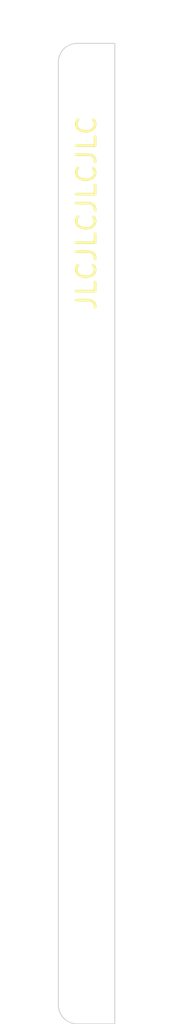
<source format=kicad_pcb>
(kicad_pcb (version 20171130) (host pcbnew 5.1.5-52549c5~84~ubuntu19.10.1)

  (general
    (thickness 1.6)
    (drawings 7)
    (tracks 0)
    (zones 0)
    (modules 1)
    (nets 1)
  )

  (page A4)
  (layers
    (0 F.Cu signal)
    (31 B.Cu signal)
    (32 B.Adhes user)
    (33 F.Adhes user)
    (34 B.Paste user)
    (35 F.Paste user)
    (36 B.SilkS user)
    (37 F.SilkS user)
    (38 B.Mask user)
    (39 F.Mask user)
    (40 Dwgs.User user)
    (41 Cmts.User user)
    (42 Eco1.User user)
    (43 Eco2.User user)
    (44 Edge.Cuts user)
    (45 Margin user)
    (46 B.CrtYd user)
    (47 F.CrtYd user)
    (48 B.Fab user)
    (49 F.Fab user)
  )

  (setup
    (last_trace_width 0.25)
    (trace_clearance 0.2)
    (zone_clearance 0.508)
    (zone_45_only no)
    (trace_min 0.2)
    (via_size 0.8)
    (via_drill 0.4)
    (via_min_size 0.4)
    (via_min_drill 0.3)
    (uvia_size 0.3)
    (uvia_drill 0.1)
    (uvias_allowed no)
    (uvia_min_size 0.2)
    (uvia_min_drill 0.1)
    (edge_width 0.05)
    (segment_width 0.2)
    (pcb_text_width 0.3)
    (pcb_text_size 1.5 1.5)
    (mod_edge_width 0.12)
    (mod_text_size 1 1)
    (mod_text_width 0.15)
    (pad_size 1.524 1.524)
    (pad_drill 0.762)
    (pad_to_mask_clearance 0.051)
    (solder_mask_min_width 0.25)
    (aux_axis_origin 0 0)
    (visible_elements FFFFFF7F)
    (pcbplotparams
      (layerselection 0x010fc_ffffffff)
      (usegerberextensions true)
      (usegerberattributes false)
      (usegerberadvancedattributes false)
      (creategerberjobfile false)
      (excludeedgelayer true)
      (linewidth 0.100000)
      (plotframeref false)
      (viasonmask false)
      (mode 1)
      (useauxorigin false)
      (hpglpennumber 1)
      (hpglpenspeed 20)
      (hpglpendiameter 15.000000)
      (psnegative false)
      (psa4output false)
      (plotreference true)
      (plotvalue true)
      (plotinvisibletext false)
      (padsonsilk false)
      (subtractmaskfromsilk false)
      (outputformat 1)
      (mirror false)
      (drillshape 0)
      (scaleselection 1)
      (outputdirectory "gerber"))
  )

  (net 0 "")

  (net_class Default "This is the default net class."
    (clearance 0.2)
    (trace_width 0.25)
    (via_dia 0.8)
    (via_drill 0.4)
    (uvia_dia 0.3)
    (uvia_drill 0.1)
  )

  (module otter:JLC_fiducial (layer F.Cu) (tedit 5E01237E) (tstamp 5E6DF465)
    (at 11.5 11.5)
    (fp_text reference REF** (at 0 -1.95) (layer F.SilkS) hide
      (effects (font (size 1 1) (thickness 0.15)))
    )
    (fp_text value JLC_fiducial (at 0 -2.95) (layer F.Fab)
      (effects (font (size 1 1) (thickness 0.15)))
    )
    (pad "" np_thru_hole circle (at 0 0) (size 1.152 1.152) (drill 1.152) (layers *.Cu *.Mask))
  )

  (gr_text JLCJLCJLCJLC (at 11.5 19 90) (layer F.SilkS)
    (effects (font (size 1 1) (thickness 0.15)))
  )
  (gr_arc (start 11 61) (end 10 61) (angle -90) (layer Edge.Cuts) (width 0.05))
  (gr_arc (start 11 11) (end 11 10) (angle -90) (layer Edge.Cuts) (width 0.05))
  (gr_line (start 10 61) (end 10 11) (layer Edge.Cuts) (width 0.05) (tstamp 5E6DE30D))
  (gr_line (start 13 62) (end 11 62) (layer Edge.Cuts) (width 0.05))
  (gr_line (start 13 10) (end 13 62) (layer Edge.Cuts) (width 0.05))
  (gr_line (start 11 10) (end 13 10) (layer Edge.Cuts) (width 0.05))

)

</source>
